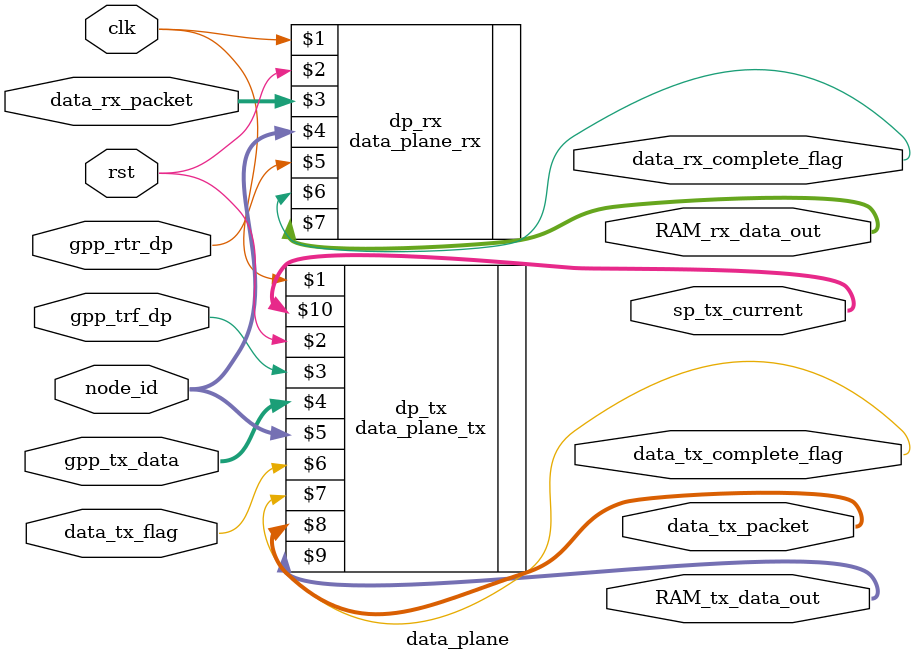
<source format=sv>
/***********************************************************************************
*	File name
				data_plane.sv
*	Description
				This module instantiates the data plane tx & rx.
*	Parameters
				NONE
*	Inputs
				clk - The clock for the system.

				rst - Signal to reset the system to the default values.

				data_rx_packet - This is the packet that is received on the data plane.

				node_id - This will be the id that will be given to the node in the system. NOTE: EACH NODE MUST HAVE A DIFFERENT ID OTHERWISE THERE WILL BE ISSUES IN TX/RX.

				gpp_rtr_dp - This is a control signal which indicates the data plane to modify the stack ponter. Since the values are stored in a stack data structure, the value at the top of the stack is sent to the GPP from the DP reciever.

				gpp_trf_dp - This is a control signal which tells the data plane transmitter that data is going to be transferred from the GPP to the DP transmitter.

				gpp_tx_data - This is the data that will be transferred from the GPP to the DP transmitter RAM.

				data_tx_flag - This is a flag which indicates if the node is transmitting data on the data plane.
*	Outputs	
				data_rx_complete_flag - This flag will reset the data_rx_flag. The value for this is sent from the data plane reciever.

				RAM_rx_data_out - This shows the data that is outputed from the data plane receiver. It will be connected to the RAM of the GPP via a multiplexer.

				data_tx_complete_flag - This flag will reset the data_tx_flag. The value for this is sent from the data plane transmitter.

				data_tx_packet - This is the packet that is transmitted on the data plane.

				RAM_tx_data_out - This input has the value equal to the top of the RAM of the data plane tx RAM.

				sp_tx_current - This has the value of the stack pointer from the data plane tx RAM. This is used to see if the data plane tx RAM is empty or not.
*	Author
				Sreethyan Aravinthan (UCL)
**********************************************************************************/

`include "data_plane_tx.sv"
`include "data_plane_rx.sv"

module data_plane
(
	// signals for the data plane rx
	
	input logic clk,
	input logic rst,
	input logic [31:0] data_rx_packet,
	input shortint node_id,
	input logic gpp_rtr_dp,
	output logic data_rx_complete_flag,	// ***
	output logic [15:0] RAM_rx_data_out,

	// signals for the data plane tx

	input logic gpp_trf_dp,
	input logic [15:0] gpp_tx_data,
	input logic data_tx_flag,	// ***
	output logic data_tx_complete_flag,	// ***
	output logic [31:0] data_tx_packet,
	output logic [15:0] RAM_tx_data_out,	// ***
	output logic [15:0] sp_tx_current	// ***
);
	
	// data plane tx
	data_plane_tx dp_tx(clk,
			    rst,
			    gpp_trf_dp,
			    gpp_tx_data,
			    node_id,
			    data_tx_flag,
			    data_tx_complete_flag,
			    data_tx_packet,
			    RAM_tx_data_out,
			    sp_tx_current);

	// data plane rx
	data_plane_rx dp_rx(clk,
			    rst,
			    data_rx_packet,
			    node_id,
			    gpp_rtr_dp,
			    data_rx_complete_flag,
			    RAM_rx_data_out);
endmodule

</source>
